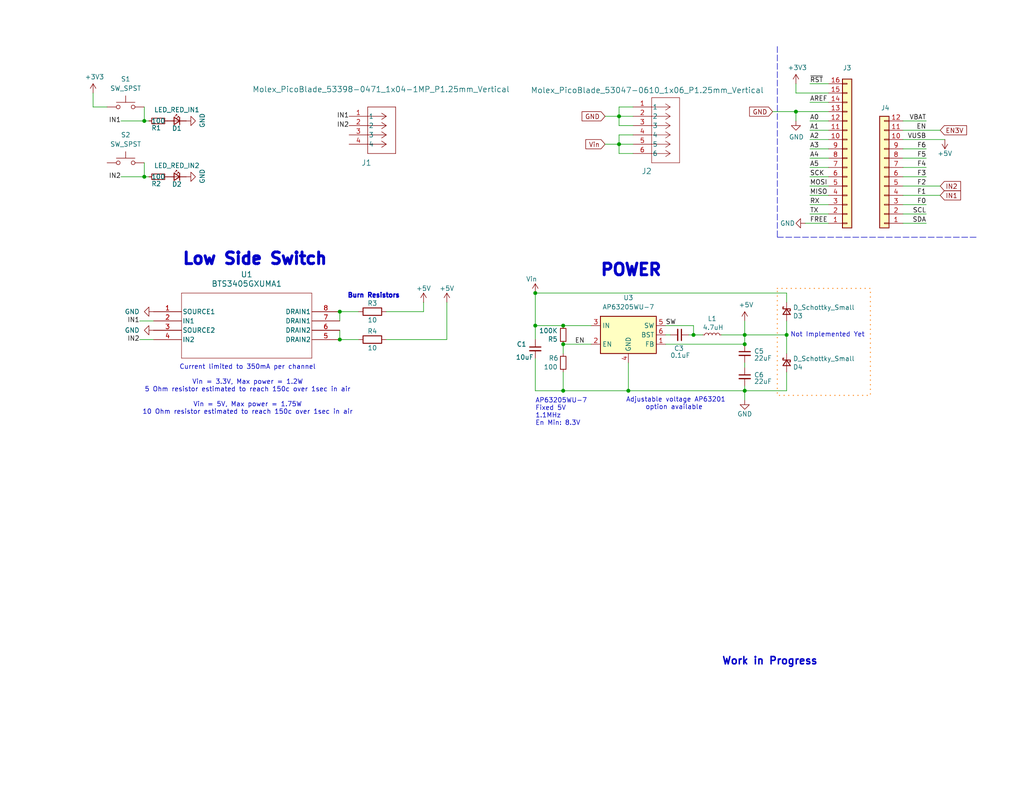
<source format=kicad_sch>
(kicad_sch (version 20231120) (generator "eeschema") (generator_version "8.0")
  (paper "USLetter")
  (title_block (title "Burnwire Feather Board") (date "2025-01-02"))
  (lib_symbols
    (symbol "Library:+3.3V-power" (power) (pin_names (offset 0))
      (property "Value" "power_+3.3V" (at 0 3.556 0))
      (symbol "+3.3V-power_0_1"
        (polyline (pts (xy -0.762 1.27) (xy 0 2.54)))
        (polyline (pts (xy 0 0) (xy 0 2.54)))
        (polyline (pts (xy 0 2.54) (xy 0.762 1.27)))
      )
      (symbol "+3.3V-power_1_1"
        (pin power_in line (at 0 0 90) (length 0) hide (name "+3V3") (number "1"))
      )
    )
    (symbol "Library:+BATT" (power) (pin_numbers hide) (pin_names (offset 0) hide)
      (property "Value" "+BATT" (at 0 3.556 0))
      (symbol "+BATT_0_1"
        (polyline (pts (xy -0.762 1.27) (xy 0 2.54)))
        (polyline (pts (xy 0 0) (xy 0 2.54)))
        (polyline (pts (xy 0 2.54) (xy 0.762 1.27)))
      )
      (symbol "+BATT_1_1"
        (pin power_in line (at 0 0 90) (length 0) (name "~") (number "1"))
      )
    )
    (symbol "Library:530470660" (pin_names (offset 0.254))
      (property "Reference" "J" (at 8.89 6.35 0))
      (property "Value" "530470660" (at 0 0 0))
      (symbol "530470660_1_1"
        (polyline (pts (xy 5.08 -15.24) (xy 12.7 -15.24)) (stroke (width 0.127)))
        (polyline (pts (xy 5.08 2.54) (xy 5.08 -15.24)) (stroke (width 0.127)))
        (polyline (pts (xy 10.16 -12.7) (xy 5.08 -12.7)) (stroke (width 0.127)))
        (polyline (pts (xy 10.16 -12.7) (xy 8.89 -13.5467)) (stroke (width 0.127)))
        (polyline (pts (xy 10.16 -12.7) (xy 8.89 -11.8533)) (stroke (width 0.127)))
        (polyline (pts (xy 10.16 -10.16) (xy 5.08 -10.16)) (stroke (width 0.127)))
        (polyline (pts (xy 10.16 -10.16) (xy 8.89 -11.0067)) (stroke (width 0.127)))
        (polyline (pts (xy 10.16 -10.16) (xy 8.89 -9.3133)) (stroke (width 0.127)))
        (polyline (pts (xy 10.16 -7.62) (xy 5.08 -7.62)) (stroke (width 0.127)))
        (polyline (pts (xy 10.16 -7.62) (xy 8.89 -8.4667)) (stroke (width 0.127)))
        (polyline (pts (xy 10.16 -7.62) (xy 8.89 -6.7733)) (stroke (width 0.127)))
        (polyline (pts (xy 10.16 -5.08) (xy 5.08 -5.08)) (stroke (width 0.127)))
        (polyline (pts (xy 10.16 -5.08) (xy 8.89 -5.9267)) (stroke (width 0.127)))
        (polyline (pts (xy 10.16 -5.08) (xy 8.89 -4.2333)) (stroke (width 0.127)))
        (polyline (pts (xy 10.16 -2.54) (xy 5.08 -2.54)) (stroke (width 0.127)))
        (polyline (pts (xy 10.16 -2.54) (xy 8.89 -3.3867)) (stroke (width 0.127)))
        (polyline (pts (xy 10.16 -2.54) (xy 8.89 -1.6933)) (stroke (width 0.127)))
        (polyline (pts (xy 10.16 0) (xy 5.08 0)) (stroke (width 0.127)))
        (polyline (pts (xy 10.16 0) (xy 8.89 -0.8467)) (stroke (width 0.127)))
        (polyline (pts (xy 10.16 0) (xy 8.89 0.8467)) (stroke (width 0.127)))
        (polyline (pts (xy 12.7 -15.24) (xy 12.7 2.54)) (stroke (width 0.127)))
        (polyline (pts (xy 12.7 2.54) (xy 5.08 2.54)) (stroke (width 0.127)))
        (pin unspecified line (at 0 0 0) (length 5.08) (name "1") (number "1"))
        (pin unspecified line (at 0 -2.54 0) (length 5.08) (name "2") (number "2"))
        (pin unspecified line (at 0 -5.08 0) (length 5.08) (name "3") (number "3"))
        (pin unspecified line (at 0 -7.62 0) (length 5.08) (name "4") (number "4"))
        (pin unspecified line (at 0 -10.16 0) (length 5.08) (name "5") (number "5"))
        (pin unspecified line (at 0 -12.7 0) (length 5.08) (name "6") (number "6"))
      )
      (symbol "530470660_1_2"
        (polyline (pts (xy 5.08 -15.24) (xy 12.7 -15.24)) (stroke (width 0.127)))
        (polyline (pts (xy 5.08 2.54) (xy 5.08 -15.24)) (stroke (width 0.127)))
        (polyline (pts (xy 7.62 -12.7) (xy 5.08 -12.7)) (stroke (width 0.127)))
        (polyline (pts (xy 7.62 -12.7) (xy 8.89 -13.5467)) (stroke (width 0.127)))
        (polyline (pts (xy 7.62 -12.7) (xy 8.89 -11.8533)) (stroke (width 0.127)))
        (polyline (pts (xy 7.62 -10.16) (xy 5.08 -10.16)) (stroke (width 0.127)))
        (polyline (pts (xy 7.62 -10.16) (xy 8.89 -11.0067)) (stroke (width 0.127)))
        (polyline (pts (xy 7.62 -10.16) (xy 8.89 -9.3133)) (stroke (width 0.127)))
        (polyline (pts (xy 7.62 -7.62) (xy 5.08 -7.62)) (stroke (width 0.127)))
        (polyline (pts (xy 7.62 -7.62) (xy 8.89 -8.4667)) (stroke (width 0.127)))
        (polyline (pts (xy 7.62 -7.62) (xy 8.89 -6.7733)) (stroke (width 0.127)))
        (polyline (pts (xy 7.62 -5.08) (xy 5.08 -5.08)) (stroke (width 0.127)))
        (polyline (pts (xy 7.62 -5.08) (xy 8.89 -5.9267)) (stroke (width 0.127)))
        (polyline (pts (xy 7.62 -5.08) (xy 8.89 -4.2333)) (stroke (width 0.127)))
        (polyline (pts (xy 7.62 -2.54) (xy 5.08 -2.54)) (stroke (width 0.127)))
        (polyline (pts (xy 7.62 -2.54) (xy 8.89 -3.3867)) (stroke (width 0.127)))
        (polyline (pts (xy 7.62 -2.54) (xy 8.89 -1.6933)) (stroke (width 0.127)))
        (polyline (pts (xy 7.62 0) (xy 5.08 0)) (stroke (width 0.127)))
        (polyline (pts (xy 7.62 0) (xy 8.89 -0.8467)) (stroke (width 0.127)))
        (polyline (pts (xy 7.62 0) (xy 8.89 0.8467)) (stroke (width 0.127)))
        (polyline (pts (xy 12.7 -15.24) (xy 12.7 2.54)) (stroke (width 0.127)))
        (polyline (pts (xy 12.7 2.54) (xy 5.08 2.54)) (stroke (width 0.127)))
        (pin unspecified line (at 0 0 0) (length 5.08) (name "1") (number "1"))
        (pin unspecified line (at 0 -2.54 0) (length 5.08) (name "2") (number "2"))
        (pin unspecified line (at 0 -5.08 0) (length 5.08) (name "3") (number "3"))
        (pin unspecified line (at 0 -7.62 0) (length 5.08) (name "4") (number "4"))
        (pin unspecified line (at 0 -10.16 0) (length 5.08) (name "5") (number "5"))
        (pin unspecified line (at 0 -12.7 0) (length 5.08) (name "6") (number "6"))
      )
    )
    (symbol "Library:533980471" (pin_names (offset 0.254))
      (property "Reference" "J" (at 8.89 6.35 0))
      (property "Value" "533980471" (at 0 0 0))
      (symbol "533980471_1_1"
        (polyline (pts (xy 5.08 -10.16) (xy 12.7 -10.16)))
        (polyline (pts (xy 5.08 2.54) (xy 5.08 -10.16)))
        (polyline (pts (xy 10.16 -7.62) (xy 5.08 -7.62)))
        (polyline (pts (xy 10.16 -7.62) (xy 8.89 -8.4667)))
        (polyline (pts (xy 10.16 -7.62) (xy 8.89 -6.7733)))
        (polyline (pts (xy 10.16 -5.08) (xy 5.08 -5.08)))
        (polyline (pts (xy 10.16 -5.08) (xy 8.89 -5.9267)))
        (polyline (pts (xy 10.16 -5.08) (xy 8.89 -4.2333)))
        (polyline (pts (xy 10.16 -2.54) (xy 5.08 -2.54)))
        (polyline (pts (xy 10.16 -2.54) (xy 8.89 -3.3867)))
        (polyline (pts (xy 10.16 -2.54) (xy 8.89 -1.6933)))
        (polyline (pts (xy 10.16 0) (xy 5.08 0)))
        (polyline (pts (xy 10.16 0) (xy 8.89 -0.8467)))
        (polyline (pts (xy 10.16 0) (xy 8.89 0.8467)))
        (polyline (pts (xy 12.7 -10.16) (xy 12.7 2.54)))
        (polyline (pts (xy 12.7 2.54) (xy 5.08 2.54)))
        (pin unspecified line (at 0 0 0) (length 5.08) (name "1") (number "1"))
        (pin unspecified line (at 0 -2.54 0) (length 5.08) (name "2") (number "2"))
        (pin unspecified line (at 0 -5.08 0) (length 5.08) (name "3") (number "3"))
        (pin unspecified line (at 0 -7.62 0) (length 5.08) (name "4") (number "4"))
      )
      (symbol "533980471_1_2"
        (polyline (pts (xy 5.08 -10.16) (xy 12.7 -10.16)))
        (polyline (pts (xy 5.08 2.54) (xy 5.08 -10.16)))
        (polyline (pts (xy 7.62 -7.62) (xy 5.08 -7.62)))
        (polyline (pts (xy 7.62 -7.62) (xy 8.89 -8.4667)))
        (polyline (pts (xy 7.62 -7.62) (xy 8.89 -6.7733)))
        (polyline (pts (xy 7.62 -5.08) (xy 5.08 -5.08)))
        (polyline (pts (xy 7.62 -5.08) (xy 8.89 -5.9267)))
        (polyline (pts (xy 7.62 -5.08) (xy 8.89 -4.2333)))
        (polyline (pts (xy 7.62 -2.54) (xy 5.08 -2.54)))
        (polyline (pts (xy 7.62 -2.54) (xy 8.89 -3.3867)))
        (polyline (pts (xy 7.62 -2.54) (xy 8.89 -1.6933)))
        (polyline (pts (xy 7.62 0) (xy 5.08 0)))
        (polyline (pts (xy 7.62 0) (xy 8.89 -0.8467)))
        (polyline (pts (xy 7.62 0) (xy 8.89 0.8467)))
        (polyline (pts (xy 12.7 -10.16) (xy 12.7 2.54)))
        (polyline (pts (xy 12.7 2.54) (xy 5.08 2.54)))
        (pin unspecified line (at 0 0 0) (length 5.08) (name "1") (number "1"))
        (pin unspecified line (at 0 -2.54 0) (length 5.08) (name "2") (number "2"))
        (pin unspecified line (at 0 -5.08 0) (length 5.08) (name "3") (number "3"))
        (pin unspecified line (at 0 -7.62 0) (length 5.08) (name "4") (number "4"))
      )
    )
    (symbol "Library:AP63200WU"
      (property "Reference" "U" (at -7.62 6.35 0))
      (property "Value" "AP63200WU" (at 2.54 6.35 0))
      (symbol "AP63200WU_0_1"
        (rectangle (start -7.62 5.08) (end 7.62 -5.08) (stroke (width 0.254)) (fill (type background)))
      )
      (symbol "AP63200WU_1_1"
        (pin input line (at 10.16 -2.54 180) (length 2.54) (name "FB") (number "1"))
        (pin input line (at -10.16 -2.54 0) (length 2.54) (name "EN") (number "2"))
        (pin power_in line (at -10.16 2.54 0) (length 2.54) (name "IN") (number "3"))
        (pin power_in line (at 0 -7.62 90) (length 2.54) (name "GND") (number "4"))
        (pin output line (at 10.16 2.54 180) (length 2.54) (name "SW") (number "5"))
        (pin passive line (at 10.16 0 180) (length 2.54) (name "BST") (number "6"))
      )
    )
    (symbol "Library:BTS3405GXUMA1" (pin_names (offset 0.254))
      (property "Reference" "U" (at 25.4 10.16 0))
      (property "Value" "BTS3405GXUMA1" (at 25.4 7.62 0))
      (symbol "BTS3405GXUMA1_0_1"
        (polyline (pts (xy 7.62 -12.7) (xy 43.18 -12.7)) (stroke (width 0.127)))
        (polyline (pts (xy 7.62 5.08) (xy 7.62 -12.7)) (stroke (width 0.127)))
        (polyline (pts (xy 43.18 -12.7) (xy 43.18 5.08)) (stroke (width 0.127)))
        (polyline (pts (xy 43.18 5.08) (xy 7.62 5.08)) (stroke (width 0.127)))
        (pin power_out line (at 0 0 0) (length 7.62) (name "SOURCE1") (number "1"))
        (pin input line (at 0 -2.54 0) (length 7.62) (name "IN1") (number "2"))
        (pin power_out line (at 0 -5.08 0) (length 7.62) (name "SOURCE2") (number "3"))
        (pin input line (at 0 -7.62 0) (length 7.62) (name "IN2") (number "4"))
        (pin unspecified line (at 50.8 -7.62 180) (length 7.62) (name "DRAIN2") (number "5"))
        (pin unspecified line (at 50.8 -5.08 180) (length 7.62) (name "DRAIN2") (number "6"))
        (pin unspecified line (at 50.8 -2.54 180) (length 7.62) (name "DRAIN1") (number "7"))
        (pin unspecified line (at 50.8 0 180) (length 7.62) (name "DRAIN1") (number "8"))
      )
    )
    (symbol "Library:C_Small" (pin_numbers hide) (pin_names (offset 0.254) hide)
      (property "Reference" "C" (at 0.254 1.778 0))
      (property "Value" "C_Small" (at 0.254 -2.032 0))
      (symbol "C_Small_0_1"
        (polyline (pts (xy -1.524 -0.508) (xy 1.524 -0.508)) (stroke (width 0.3302)))
        (polyline (pts (xy -1.524 0.508) (xy 1.524 0.508)) (stroke (width 0.3048)))
      )
      (symbol "C_Small_1_1"
        (pin passive line (at 0 2.54 270) (length 2.032) (name "~") (number "1"))
        (pin passive line (at 0 -2.54 90) (length 2.032) (name "~") (number "2"))
      )
    )
    (symbol "Library:Conn_01x12" (pin_names (offset 1.016) hide)
      (property "Reference" "J" (at 0 15.24 0))
      (property "Value" "Conn_01x12" (at 0 -17.78 0))
      (symbol "Conn_01x12_1_1"
        (rectangle (start -1.27 -15.113) (end 0 -15.367) (stroke (width 0.1524)))
        (rectangle (start -1.27 -12.573) (end 0 -12.827) (stroke (width 0.1524)))
        (rectangle (start -1.27 -10.033) (end 0 -10.287) (stroke (width 0.1524)))
        (rectangle (start -1.27 -7.493) (end 0 -7.747) (stroke (width 0.1524)))
        (rectangle (start -1.27 -4.953) (end 0 -5.207) (stroke (width 0.1524)))
        (rectangle (start -1.27 -2.413) (end 0 -2.667) (stroke (width 0.1524)))
        (rectangle (start -1.27 0.127) (end 0 -0.127) (stroke (width 0.1524)))
        (rectangle (start -1.27 2.667) (end 0 2.413) (stroke (width 0.1524)))
        (rectangle (start -1.27 5.207) (end 0 4.953) (stroke (width 0.1524)))
        (rectangle (start -1.27 7.747) (end 0 7.493) (stroke (width 0.1524)))
        (rectangle (start -1.27 10.287) (end 0 10.033) (stroke (width 0.1524)))
        (rectangle (start -1.27 12.827) (end 0 12.573) (stroke (width 0.1524)))
        (rectangle (start -1.27 13.97) (end 1.27 -16.51) (stroke (width 0.254)) (fill (type background)))
        (pin passive line (at -5.08 12.7 0) (length 3.81) (name "Pin_1") (number "1"))
        (pin passive line (at -5.08 -10.16 0) (length 3.81) (name "Pin_10") (number "10"))
        (pin passive line (at -5.08 -12.7 0) (length 3.81) (name "Pin_11") (number "11"))
        (pin passive line (at -5.08 -15.24 0) (length 3.81) (name "Pin_12") (number "12"))
        (pin passive line (at -5.08 10.16 0) (length 3.81) (name "Pin_2") (number "2"))
        (pin passive line (at -5.08 7.62 0) (length 3.81) (name "Pin_3") (number "3"))
        (pin passive line (at -5.08 5.08 0) (length 3.81) (name "Pin_4") (number "4"))
        (pin passive line (at -5.08 2.54 0) (length 3.81) (name "Pin_5") (number "5"))
        (pin passive line (at -5.08 0 0) (length 3.81) (name "Pin_6") (number "6"))
        (pin passive line (at -5.08 -2.54 0) (length 3.81) (name "Pin_7") (number "7"))
        (pin passive line (at -5.08 -5.08 0) (length 3.81) (name "Pin_8") (number "8"))
        (pin passive line (at -5.08 -7.62 0) (length 3.81) (name "Pin_9") (number "9"))
      )
    )
    (symbol "Library:Conn_01x16" (pin_names (offset 1.016) hide)
      (property "Reference" "J" (at 0 20.32 0))
      (property "Value" "Conn_01x16" (at 0 -22.86 0))
      (symbol "Conn_01x16_1_1"
        (rectangle (start -1.27 -20.193) (end 0 -20.447) (stroke (width 0.1524)))
        (rectangle (start -1.27 -17.653) (end 0 -17.907) (stroke (width 0.1524)))
        (rectangle (start -1.27 -15.113) (end 0 -15.367) (stroke (width 0.1524)))
        (rectangle (start -1.27 -12.573) (end 0 -12.827) (stroke (width 0.1524)))
        (rectangle (start -1.27 -10.033) (end 0 -10.287) (stroke (width 0.1524)))
        (rectangle (start -1.27 -7.493) (end 0 -7.747) (stroke (width 0.1524)))
        (rectangle (start -1.27 -4.953) (end 0 -5.207) (stroke (width 0.1524)))
        (rectangle (start -1.27 -2.413) (end 0 -2.667) (stroke (width 0.1524)))
        (rectangle (start -1.27 0.127) (end 0 -0.127) (stroke (width 0.1524)))
        (rectangle (start -1.27 2.667) (end 0 2.413) (stroke (width 0.1524)))
        (rectangle (start -1.27 5.207) (end 0 4.953) (stroke (width 0.1524)))
        (rectangle (start -1.27 7.747) (end 0 7.493) (stroke (width 0.1524)))
        (rectangle (start -1.27 10.287) (end 0 10.033) (stroke (width 0.1524)))
        (rectangle (start -1.27 12.827) (end 0 12.573) (stroke (width 0.1524)))
        (rectangle (start -1.27 15.367) (end 0 15.113) (stroke (width 0.1524)))
        (rectangle (start -1.27 17.907) (end 0 17.653) (stroke (width 0.1524)))
        (rectangle (start -1.27 19.05) (end 1.27 -21.59) (stroke (width 0.254)) (fill (type background)))
        (pin passive line (at -5.08 17.78 0) (length 3.81) (name "Pin_1") (number "1"))
        (pin passive line (at -5.08 -5.08 0) (length 3.81) (name "Pin_10") (number "10"))
        (pin passive line (at -5.08 -7.62 0) (length 3.81) (name "Pin_11") (number "11"))
        (pin passive line (at -5.08 -10.16 0) (length 3.81) (name "Pin_12") (number "12"))
        (pin passive line (at -5.08 -12.7 0) (length 3.81) (name "Pin_13") (number "13"))
        (pin passive line (at -5.08 -15.24 0) (length 3.81) (name "Pin_14") (number "14"))
        (pin passive line (at -5.08 -17.78 0) (length 3.81) (name "Pin_15") (number "15"))
        (pin passive line (at -5.08 -20.32 0) (length 3.81) (name "Pin_16") (number "16"))
        (pin passive line (at -5.08 15.24 0) (length 3.81) (name "Pin_2") (number "2"))
        (pin passive line (at -5.08 12.7 0) (length 3.81) (name "Pin_3") (number "3"))
        (pin passive line (at -5.08 10.16 0) (length 3.81) (name "Pin_4") (number "4"))
        (pin passive line (at -5.08 7.62 0) (length 3.81) (name "Pin_5") (number "5"))
        (pin passive line (at -5.08 5.08 0) (length 3.81) (name "Pin_6") (number "6"))
        (pin passive line (at -5.08 2.54 0) (length 3.81) (name "Pin_7") (number "7"))
        (pin passive line (at -5.08 0 0) (length 3.81) (name "Pin_8") (number "8"))
        (pin passive line (at -5.08 -2.54 0) (length 3.81) (name "Pin_9") (number "9"))
      )
    )
    (symbol "Library:D_Schottky_Small" (pin_numbers hide) (pin_names (offset 0.254) hide)
      (property "Reference" "D" (at -1.27 2.032 0))
      (property "Value" "D_Schottky_Small" (at -7.112 -2.032 0))
      (symbol "D_Schottky_Small_0_1"
        (polyline (pts (xy -0.762 0) (xy 0.762 0)))
        (polyline (pts (xy 0.762 -1.016) (xy -0.762 0) (xy 0.762 1.016) (xy 0.762 -1.016)) (stroke (width 0.254)))
        (polyline (pts (xy -1.27 0.762) (xy -1.27 1.016) (xy -0.762 1.016) (xy -0.762 -1.016) (xy -0.254 -1.016) (xy -0.254 -0.762)) (stroke (width 0.254)))
      )
      (symbol "D_Schottky_Small_1_1"
        (pin passive line (at -2.54 0 0) (length 1.778) (name "K") (number "1"))
        (pin passive line (at 2.54 0 180) (length 1.778) (name "A") (number "2"))
      )
    )
    (symbol "Library:GND-power" (power) (pin_names (offset 0))
      (property "Value" "power_GND" (at 0 -3.81 0))
      (symbol "GND-power_0_1"
        (polyline (pts (xy 0 0) (xy 0 -1.27) (xy 1.27 -1.27) (xy 0 -2.54) (xy -1.27 -1.27) (xy 0 -1.27)))
      )
      (symbol "GND-power_1_1"
        (pin power_in line (at 0 0 270) (length 0) hide (name "GND") (number "1"))
      )
    )
    (symbol "Library:LED_Small" (pin_numbers hide) (pin_names (offset 0.254) hide)
      (property "Reference" "D" (at -1.27 3.175 0))
      (property "Value" "LED_Small" (at -4.445 -2.54 0))
      (symbol "LED_Small_0_1"
        (polyline (pts (xy -0.762 -1.016) (xy -0.762 1.016)) (stroke (width 0.254)))
        (polyline (pts (xy 1.016 0) (xy -0.762 0)))
        (polyline (pts (xy 0.762 -1.016) (xy -0.762 0) (xy 0.762 1.016) (xy 0.762 -1.016)) (stroke (width 0.254)))
        (polyline (pts (xy 0 0.762) (xy -0.508 1.27) (xy -0.254 1.27) (xy -0.508 1.27) (xy -0.508 1.016)))
        (polyline (pts (xy 0.508 1.27) (xy 0 1.778) (xy 0.254 1.778) (xy 0 1.778) (xy 0 1.524)))
      )
      (symbol "LED_Small_1_1"
        (pin passive line (at -2.54 0 0) (length 1.778) (name "K") (number "1"))
        (pin passive line (at 2.54 0 180) (length 1.778) (name "A") (number "2"))
      )
    )
    (symbol "Library:L_Small" (pin_numbers hide) (pin_names (offset 0.254) hide)
      (property "Reference" "L" (at 0.762 1.016 0))
      (property "Value" "L_Small" (at 0.762 -1.016 0))
      (symbol "L_Small_0_1"
        (arc (start 0 -2.032) (mid 0.5058 -1.524) (end 0 -1.016))
        (arc (start 0 -1.016) (mid 0.5058 -0.508) (end 0 0))
        (arc (start 0 0) (mid 0.5058 0.508) (end 0 1.016))
        (arc (start 0 1.016) (mid 0.5058 1.524) (end 0 2.032))
      )
      (symbol "L_Small_1_1"
        (pin passive line (at 0 2.54 270) (length 0.508) (name "~") (number "1"))
        (pin passive line (at 0 -2.54 90) (length 0.508) (name "~") (number "2"))
      )
    )
    (symbol "Library:R" (pin_numbers hide) (pin_names (offset 0))
      (property "Reference" "R" (at 2.032 0 90))
      (property "Value" "R" (at 0 0 90))
      (symbol "R_0_1"
        (rectangle (start -1.016 -2.54) (end 1.016 2.54) (stroke (width 0.254)))
      )
      (symbol "R_1_1"
        (pin passive line (at 0 3.81 270) (length 1.27) (name "~") (number "1"))
        (pin passive line (at 0 -3.81 90) (length 1.27) (name "~") (number "2"))
      )
    )
    (symbol "Library:R_Small" (pin_numbers hide) (pin_names (offset 0.254) hide)
      (property "Reference" "R" (at 0.762 0.508 0))
      (property "Value" "R_Small" (at 0.762 -1.016 0))
      (symbol "R_Small_0_1"
        (rectangle (start -0.762 1.778) (end 0.762 -1.778) (stroke (width 0.2032)))
      )
      (symbol "R_Small_1_1"
        (pin passive line (at 0 2.54 270) (length 0.762) (name "~") (number "1"))
        (pin passive line (at 0 -2.54 90) (length 0.762) (name "~") (number "2"))
      )
    )
    (symbol "Library:SW_Push" (pin_numbers hide) (pin_names (offset 1.016) hide)
      (property "Reference" "SW" (at 1.27 2.54 0))
      (property "Value" "SW_Push" (at 0 -1.524 0))
      (symbol "SW_Push_0_1"
        (circle (center -2.032 0) (radius 0.508))
        (polyline (pts (xy 0 1.27) (xy 0 3.048)))
        (polyline (pts (xy 2.54 1.27) (xy -2.54 1.27)))
        (circle (center 2.032 0) (radius 0.508))
        (pin passive line (at -5.08 0 0) (length 2.54) (name "1") (number "1"))
        (pin passive line (at 5.08 0 180) (length 2.54) (name "2") (number "2"))
      )
    )
    (symbol "power:+5V" (power) (pin_numbers hide) (pin_names (offset 0) hide)
      (property "Value" "+5V" (at 0 3.556 0))
      (symbol "+5V_0_1"
        (polyline (pts (xy -0.762 1.27) (xy 0 2.54)))
        (polyline (pts (xy 0 0) (xy 0 2.54)))
        (polyline (pts (xy 0 2.54) (xy 0.762 1.27)))
      )
      (symbol "+5V_1_1"
        (pin power_in line (at 0 0 90) (length 0) (name "~") (number "1"))
      )
    )
  )
  (junction (at 146.05 88.9))
  (junction (at 214.63 91.44))
  (junction (at 153.67 88.9))
  (junction (at 203.2 91.44))
  (junction (at 189.23 91.44))
  (junction (at 92.71 92.71))
  (junction (at 203.2 106.68))
  (junction (at 153.67 106.68))
  (junction (at 203.2 93.98))
  (junction (at 92.71 85.09))
  (junction (at 217.17 30.48))
  (junction (at 146.05 80.01))
  (junction (at 168.91 39.37))
  (junction (at 39.37 33.02))
  (junction (at 171.45 106.68))
  (junction (at 39.37 48.26))
  (junction (at 153.67 93.98))
  (junction (at 168.91 31.75))
  (wire (pts (xy 121.92 82.55) (xy 121.92 92.71)))
  (wire (pts (xy 246.38 58.42) (xy 252.73 58.42)))
  (wire (pts (xy 220.98 53.34) (xy 226.06 53.34)))
  (wire (pts (xy 246.38 48.26) (xy 252.73 48.26)))
  (wire (pts (xy 168.91 41.91) (xy 168.91 39.37)))
  (wire (pts (xy 146.05 106.68) (xy 153.67 106.68)))
  (wire (pts (xy 168.91 31.75) (xy 168.91 34.29)))
  (wire (pts (xy 168.91 36.83) (xy 168.91 39.37)))
  (wire (pts (xy 153.67 106.68) (xy 171.45 106.68)))
  (wire (pts (xy 171.45 106.68) (xy 203.2 106.68)))
  (wire (pts (xy 97.79 85.09) (xy 92.71 85.09)))
  (wire (pts (xy 214.63 91.44) (xy 214.63 96.52)))
  (wire (pts (xy 220.98 35.56) (xy 226.06 35.56)))
  (wire (pts (xy 168.91 31.75) (xy 165.1 31.75)))
  (wire (pts (xy 187.96 91.44) (xy 189.23 91.44)))
  (wire (pts (xy 203.2 91.44) (xy 214.63 91.44)))
  (polyline (pts (xy 212.09 64.77) (xy 266.7 64.77)) (stroke (width 0) (type dash)))
  (wire (pts (xy 214.63 106.68) (xy 214.63 101.6)))
  (wire (pts (xy 210.82 30.48) (xy 217.17 30.48)))
  (wire (pts (xy 33.02 33.02) (xy 39.37 33.02)))
  (wire (pts (xy 181.61 91.44) (xy 182.88 91.44)))
  (wire (pts (xy 172.72 34.29) (xy 168.91 34.29)))
  (wire (pts (xy 220.98 58.42) (xy 226.06 58.42)))
  (wire (pts (xy 203.2 91.44) (xy 203.2 93.98)))
  (wire (pts (xy 203.2 106.68) (xy 214.63 106.68)))
  (wire (pts (xy 257.81 38.1) (xy 246.38 38.1)))
  (wire (pts (xy 246.38 33.02) (xy 252.73 33.02)))
  (wire (pts (xy 146.05 97.79) (xy 146.05 106.68)))
  (wire (pts (xy 181.61 93.98) (xy 203.2 93.98)))
  (wire (pts (xy 220.98 22.86) (xy 226.06 22.86)))
  (wire (pts (xy 217.17 25.4) (xy 226.06 25.4)))
  (wire (pts (xy 203.2 105.41) (xy 203.2 106.68)))
  (wire (pts (xy 220.98 43.18) (xy 226.06 43.18)))
  (wire (pts (xy 196.85 91.44) (xy 203.2 91.44)))
  (wire (pts (xy 146.05 92.71) (xy 146.05 88.9)))
  (wire (pts (xy 246.38 45.72) (xy 252.73 45.72)))
  (wire (pts (xy 168.91 29.21) (xy 172.72 29.21)))
  (wire (pts (xy 146.05 80.01) (xy 146.05 88.9)))
  (wire (pts (xy 39.37 29.21) (xy 39.37 33.02)))
  (wire (pts (xy 246.38 55.88) (xy 252.73 55.88)))
  (wire (pts (xy 153.67 101.6) (xy 153.67 106.68)))
  (wire (pts (xy 220.98 38.1) (xy 226.06 38.1)))
  (wire (pts (xy 153.67 88.9) (xy 161.29 88.9)))
  (wire (pts (xy 220.98 33.02) (xy 226.06 33.02)))
  (wire (pts (xy 153.67 93.98) (xy 153.67 96.52)))
  (wire (pts (xy 172.72 36.83) (xy 168.91 36.83)))
  (wire (pts (xy 146.05 80.01) (xy 214.63 80.01)))
  (wire (pts (xy 168.91 31.75) (xy 168.91 29.21)))
  (wire (pts (xy 38.1 87.63) (xy 41.91 87.63)))
  (wire (pts (xy 25.4 29.21) (xy 29.21 29.21)))
  (wire (pts (xy 246.38 40.64) (xy 252.73 40.64)))
  (wire (pts (xy 246.38 60.96) (xy 252.73 60.96)))
  (wire (pts (xy 38.1 92.71) (xy 41.91 92.71)))
  (polyline (pts (xy 212.09 12.7) (xy 212.09 64.77)) (stroke (width 0) (type dash)))
  (wire (pts (xy 92.71 85.09) (xy 92.71 87.63)))
  (wire (pts (xy 33.02 48.26) (xy 39.37 48.26)))
  (wire (pts (xy 217.17 33.02) (xy 217.17 30.48)))
  (wire (pts (xy 217.17 22.86) (xy 217.17 25.4)))
  (wire (pts (xy 172.72 41.91) (xy 168.91 41.91)))
  (wire (pts (xy 115.57 82.55) (xy 115.57 85.09)))
  (wire (pts (xy 171.45 99.06) (xy 171.45 106.68)))
  (wire (pts (xy 246.38 43.18) (xy 252.73 43.18)))
  (wire (pts (xy 220.98 27.94) (xy 226.06 27.94)))
  (wire (pts (xy 105.41 92.71) (xy 121.92 92.71)))
  (wire (pts (xy 25.4 25.4) (xy 25.4 29.21)))
  (wire (pts (xy 217.17 30.48) (xy 226.06 30.48)))
  (wire (pts (xy 191.77 91.44) (xy 189.23 91.44)))
  (wire (pts (xy 220.98 48.26) (xy 226.06 48.26)))
  (wire (pts (xy 246.38 35.56) (xy 256.54 35.56)))
  (wire (pts (xy 203.2 99.06) (xy 203.2 100.33)))
  (wire (pts (xy 97.79 92.71) (xy 92.71 92.71)))
  (wire (pts (xy 220.98 55.88) (xy 226.06 55.88)))
  (wire (pts (xy 153.67 93.98) (xy 161.29 93.98)))
  (wire (pts (xy 105.41 85.09) (xy 115.57 85.09)))
  (wire (pts (xy 39.37 33.02) (xy 40.64 33.02)))
  (wire (pts (xy 168.91 39.37) (xy 172.72 39.37)))
  (wire (pts (xy 172.72 31.75) (xy 168.91 31.75)))
  (wire (pts (xy 189.23 88.9) (xy 189.23 91.44)))
  (wire (pts (xy 146.05 88.9) (xy 153.67 88.9)))
  (wire (pts (xy 39.37 44.45) (xy 39.37 48.26)))
  (wire (pts (xy 214.63 87.63) (xy 214.63 91.44)))
  (wire (pts (xy 220.98 45.72) (xy 226.06 45.72)))
  (wire (pts (xy 165.1 39.37) (xy 168.91 39.37)))
  (wire (pts (xy 214.63 82.55) (xy 214.63 80.01)))
  (wire (pts (xy 203.2 87.63) (xy 203.2 91.44)))
  (wire (pts (xy 203.2 106.68) (xy 203.2 109.22)))
  (wire (pts (xy 92.71 90.17) (xy 92.71 92.71)))
  (wire (pts (xy 220.98 50.8) (xy 226.06 50.8)))
  (wire (pts (xy 181.61 88.9) (xy 189.23 88.9)))
  (wire (pts (xy 246.38 50.8) (xy 256.54 50.8)))
  (wire (pts (xy 246.38 53.34) (xy 256.54 53.34)))
  (wire (pts (xy 39.37 48.26) (xy 40.64 48.26)))
  (wire (pts (xy 220.98 40.64) (xy 226.06 40.64)))
  (wire (pts (xy 219.71 60.96) (xy 226.06 60.96)))
  (rectangle (start 212.09 78.74) (end 237.49 107.95) (stroke (width 0.3) (type dot) (color 255 146 43 1)))
  (text "Current limited to 350mA per channel\n\nVin = 3.3V, Max power = 1.2W\n5 Ohm resistor estimated to reach 150c over 1sec in air\n\nVin = 5V, Max power = 1.75W\n10 Ohm resistor estimated to reach 150c over 1sec in air" (at 67.564 106.426 0) (effects (font (size 1.27 1.27) (thickness 0.1588))))
  (text "Adjustable voltage AP63201\noption available \n" (at 184.404 110.236 0) (effects (font (size 1.27 1.27))))
  (text "Burn Resistors" (at 94.742 81.534 0) (effects (font (size 1.27 1.27) (thickness 1) (bold yes)) (justify left bottom)))
  (text "Not Implemented Yet" (at 225.806 91.44 0) (effects (font (size 1.27 1.27))))
  (text "Low Side Switch" (at 49.53 72.644 0) (effects (font (size 3.175 3.175) (thickness 1) (bold yes)) (justify left bottom)))
  (text "AP63205WU-7 \nFixed 5V\n1.1MHz\nEn Min: 8.3V" (at 146.05 116.332 0) (effects (font (size 1.27 1.27)) (justify left bottom)))
  (text "POWER" (at 163.576 75.692 0) (effects (font (size 3.175 3.175) (thickness 1) (bold yes)) (justify left bottom)))
  (text "Work in Progress" (at 210.058 180.594 0) (effects (font (size 2 2) (thickness 0.4) (bold yes))))
  (label "IN2" (at 95.25 34.29 180))
  (label "A4" (at 220.98 43.18 0))
  (label "EN" (at 252.73 35.56 180))
  (label "EN" (at 156.845 93.98 0))
  (label "A2" (at 220.98 38.1 0))
  (label "F4" (at 252.73 45.72 180))
  (label "TX" (at 220.98 58.42 0))
  (label "F6" (at 252.73 40.64 180))
  (label "IN2" (at 33.02 48.26 180))
  (label "A3" (at 220.98 40.64 0))
  (label "IN1" (at 33.02 33.02 180))
  (label "A0" (at 220.98 33.02 0))
  (label "~{RST}" (at 220.98 22.86 0))
  (label "F3" (at 252.73 48.26 180))
  (label "VBAT" (at 252.73 33.02 180))
  (label "F1" (at 252.73 53.34 180))
  (label "VUSB" (at 252.73 38.1 180))
  (label "SCK" (at 220.98 48.26 0))
  (label "A5" (at 220.98 45.72 0))
  (label "IN1" (at 95.25 31.75 180))
  (label "IN2" (at 38.1 92.71 180))
  (label "A1" (at 220.98 35.56 0))
  (label "F0" (at 252.73 55.88 180))
  (label "FREE" (at 220.98 60.96 0))
  (label "MOSI" (at 220.98 50.8 0))
  (label "SDA" (at 252.73 60.96 180))
  (label "SW" (at 181.61 88.9 0))
  (label "RX" (at 220.98 55.88 0))
  (label "AREF" (at 220.98 27.94 0))
  (label "MISO" (at 220.98 53.34 0))
  (label "F2" (at 252.73 50.8 180))
  (label "SCL" (at 252.73 58.42 180))
  (label "IN1" (at 38.1 87.63 180))
  (label "F5" (at 252.73 43.18 180))
  (global_label "Vin" (shape input) (at 165.1 39.37 180) (property "Intersheetrefs" "${INTERSHEET_REFS}" (effects (hide yes))))
  (global_label "IN1" (shape input) (at 256.54 53.34 0) (property "Intersheetrefs" "${INTERSHEET_REFS}" (effects (hide yes))))
  (global_label "IN2" (shape input) (at 256.54 50.8 0) (property "Intersheetrefs" "${INTERSHEET_REFS}" (effects (hide yes))))
  (global_label "EN3V" (shape input) (at 256.54 35.56 0) (property "Intersheetrefs" "${INTERSHEET_REFS}" (effects (hide yes))))
  (global_label "GND" (shape input) (at 210.82 30.48 180) (property "Intersheetrefs" "${INTERSHEET_REFS}" (effects (hide yes))))
  (global_label "GND" (shape input) (at 165.1 31.75 180) (property "Intersheetrefs" "${INTERSHEET_REFS}" (effects (hide yes))))
  (symbol (lib_id "Library:Conn_01x16") (at 231.14 43.18 0) (mirror x) (unit 1)
    (property "Reference" "J3" (at 231.14 18.542 0))
    (property "Value" "feather long" (effects (hide yes)))
    (property "Footprint" "Connector_PinHeader_2.54mm:PinHeader_1x16_P2.54mm_Vertical" (effects (hide yes)))
  )
  (symbol (lib_id "Library:Conn_01x12") (at 241.3 48.26 180) (unit 1)
    (property "Reference" "J4" (at 241.554 29.464 0))
    (property "Value" "feather short" (effects (hide yes)))
    (property "Footprint" "Connector_PinHeader_2.54mm:PinHeader_1x12_P2.54mm_Vertical" (effects (hide yes)))
  )
  (symbol (lib_id "Library:+3.3V-power") (at 217.17 22.86 0) (unit 1)
    (property "Reference" "#PWR06" (effects (hide yes)))
    (property "Value" "+3V3" (at 217.551 18.4658 0))
  )
  (symbol (lib_id "Library:GND-power") (at 217.17 33.02 0) (unit 1)
    (property "Reference" "#PWR07" (effects (hide yes)))
    (property "Value" "GND" (at 217.297 37.4142 0))
  )
  (symbol (lib_id "Library:+3.3V-power") (at 203.2 87.63 0) (unit 1)
    (property "Reference" "#PWR09" (effects (hide yes)))
    (property "Value" "+5V" (at 203.581 83.2358 0))
  )
  (symbol (lib_id "Library:R_Small") (at 153.67 99.06 0) (mirror y) (unit 1)
    (property "Reference" "R6" (at 152.4 97.79 0) (effects (justify left)))
    (property "Value" "100" (at 152.1714 100.203 0) (effects (justify left)))
    (property "Footprint" "Resistor_SMD:R_0603_1608Metric" (effects (hide yes)))
  )
  (symbol (lib_id "Library:GND-power") (at 203.2 109.22 0) (unit 1)
    (property "Reference" "#PWR010" (effects (hide yes)))
    (property "Value" "GND" (at 203.2 113.03 0))
  )
  (symbol (lib_id "Library:D_Schottky_Small") (at 214.63 85.09 90) (mirror x) (unit 1)
    (property "Reference" "D3" (at 216.3572 86.2584 90) (effects (justify right)))
    (property "Value" "D_Schottky_Small" (at 216.3572 83.947 90) (effects (justify right)))
    (property "Footprint" "Diode_SMD:D_SOD-323" (effects (hide yes)))
  )
  (symbol (lib_id "Library:530470660") (at 172.72 29.21 0) (unit 1)
    (property "Reference" "J2" (at 175.006 46.736 0) (effects (font (size 1.524 1.524)) (justify left)))
    (property "Value" "Molex_PicoBlade_53047-0610_1x06_P1.25mm_Vertical" (at 144.78 24.638 0) (effects (font (size 1.524 1.524)) (justify left)))
    (property "Footprint" "Connector_Molex:Molex_PicoBlade_53047-0610_1x06_P1.25mm_Vertical" (effects (hide yes)))
  )
  (symbol (lib_id "Library:L_Small") (at 194.31 91.44 90) (unit 1)
    (property "Reference" "L1" (at 194.31 86.995 90))
    (property "Value" "4.7uH" (at 194.564 89.408 90))
    (property "Footprint" "Inductor_SMD:L_Bourns-SRN6028" (effects (hide yes)))
    (property "Part" "ASPI-0628-3R9M-T" (effects (hide yes)))
  )
  (symbol (lib_id "Library:GND-power") (at 41.91 85.09 270) (unit 1)
    (property "Reference" "#PWR03" (effects (hide yes)))
    (property "Value" "GND" (at 38.1 85.0899 90) (effects (justify right)))
    (property "Description" "Power symbol creates a global label with name \"GND\" , ground" (effects (hide yes)))
  )
  (symbol (lib_id "Library:533980471") (at 95.25 31.75 0) (unit 1)
    (property "Reference" "J1" (at 98.552 44.45 0) (effects (font (size 1.524 1.524)) (justify left)))
    (property "Value" "Molex_PicoBlade_53398-0471_1x04-1MP_P1.25mm_Vertical" (at 68.834 24.384 0) (effects (font (size 1.524 1.524)) (justify left)))
    (property "Footprint" "Connector_Molex:Molex_PicoBlade_53261-0471_1x04-1MP_P1.25mm_Horizontal" (effects (hide yes)))
  )
  (symbol (lib_id "Library:LED_Small") (at 48.26 33.02 0) (mirror y) (unit 1)
    (property "Reference" "D1" (at 48.26 35.052 0))
    (property "Value" "LED_RED_IN1" (at 48.26 29.972 0))
    (property "Footprint" "LED_SMD:LED_0805_2012Metric" (effects (hide yes)))
  )
  (symbol (lib_id "Library:C_Small") (at 185.42 91.44 270) (unit 1)
    (property "Reference" "C3" (at 183.896 95.123 90) (effects (justify left)))
    (property "Value" "0.1uF" (at 182.88 97.028 90) (effects (justify left)))
    (property "Footprint" "Capacitor_SMD:C_0603_1608Metric" (effects (hide yes)))
  )
  (symbol (lib_id "Library:R_Small") (at 153.67 91.44 180) (unit 1)
    (property "Reference" "R5" (at 152.1714 92.6084 0) (effects (justify left)))
    (property "Value" "100K" (at 152.1714 90.297 0) (effects (justify left)))
    (property "Footprint" "Resistor_SMD:R_0603_1608Metric" (effects (hide yes)))
  )
  (symbol (lib_id "Library:SW_Push") (at 34.29 29.21 0) (unit 1)
    (property "Reference" "S1" (at 34.29 21.59 0))
    (property "Value" "SW_SPST" (at 34.29 24.13 0))
    (property "Footprint" "Button_Switch_SMD:SW_SPST_B3U-1000P" (effects (hide yes)))
    (property "Description" "Push button switch, generic, two pins" (effects (hide yes)))
  )
  (symbol (lib_id "Library:GND-power") (at 41.91 90.17 270) (unit 1)
    (property "Reference" "#PWR04" (effects (hide yes)))
    (property "Value" "GND" (at 38.1 90.1699 90) (effects (justify right)))
    (property "Description" "Power symbol creates a global label with name \"GND\" , ground" (effects (hide yes)))
  )
  (symbol (lib_id "Library:+BATT") (at 146.05 80.01 0) (unit 1)
    (property "Reference" "#PWR05" (effects (hide yes)))
    (property "Value" "Vin" (at 143.51 76.2 0) (effects (justify left)))
  )
  (symbol (lib_id "Library:R") (at 101.6 85.09 270) (mirror x) (unit 1)
    (property "Reference" "R3" (at 101.6 82.804 90))
    (property "Value" "10" (at 101.6 87.376 90))
    (property "Footprint" "Resistor_SMD:R_2512_6332Metric" (effects (hide yes)))
    (property "Datasheet" "https://www.vishay.com/docs/30281/rwmilita.pdf" (effects (hide yes)))
    (property "Description" "RW81U10R0FB12" (effects (hide yes)))
  )
  (symbol (lib_id "Library:C_Small") (at 146.05 95.25 0) (unit 1)
    (property "Reference" "C1" (at 140.97 93.98 0) (effects (justify left)))
    (property "Value" "10uF" (at 140.716 97.536 0) (effects (justify left)))
    (property "Footprint" "Capacitor_SMD:C_0603_1608Metric" (effects (hide yes)))
  )
  (symbol (lib_id "Library:C_Small") (at 203.2 96.52 0) (unit 1)
    (property "Reference" "C5" (at 205.74 95.885 0) (effects (justify left)))
    (property "Value" "22uF" (at 205.74 97.79 0) (effects (justify left)))
    (property "Footprint" "Capacitor_SMD:C_0805_2012Metric" (effects (hide yes)))
  )
  (symbol (lib_id "Library:C_Small") (at 203.2 102.87 0) (unit 1)
    (property "Reference" "C6" (at 205.74 102.362 0) (effects (justify left)))
    (property "Value" "22uF" (at 205.74 104.14 0) (effects (justify left)))
    (property "Footprint" "Capacitor_SMD:C_0805_2012Metric" (effects (hide yes)))
  )
  (symbol (lib_id "Library:R_Small") (at 43.18 33.02 270) (unit 1)
    (property "Reference" "R1" (at 41.275 34.925 90) (effects (justify left)))
    (property "Value" "100" (at 41.275 33.02 90) (effects (justify left)))
    (property "Footprint" "Resistor_SMD:R_0603_1608Metric" (effects (hide yes)))
  )
  (symbol (lib_id "Library:R_Small") (at 43.18 48.26 270) (unit 1)
    (property "Reference" "R2" (at 41.275 50.165 90) (effects (justify left)))
    (property "Value" "100" (at 41.275 48.26 90) (effects (justify left)))
    (property "Footprint" "Resistor_SMD:R_0603_1608Metric" (effects (hide yes)))
  )
  (symbol (lib_id "Library:GND-power") (at 50.8 33.02 90) (unit 1)
    (property "Reference" "#PWR01" (effects (hide yes)))
    (property "Value" "GND" (at 55.1942 32.893 0))
  )
  (symbol (lib_id "Library:BTS3405GXUMA1") (at 41.91 85.09 0) (unit 1)
    (property "Reference" "U1" (at 67.31 74.93 0) (effects (font (size 1.524 1.524))))
    (property "Value" "BTS3405GXUMA1" (at 67.31 77.47 0) (effects (font (size 1.524 1.524))))
    (property "Footprint" "footprints2:PG-DSO-8-25_INF" (effects (hide yes)))
    (property "Datasheet" "BTS3405GXUMA1" (effects (hide yes)))
  )
  (symbol (lib_id "power:+5V") (at 121.92 82.55 0) (unit 1)
    (property "Reference" "#PWR015" (effects (hide yes)))
    (property "Value" "+5V" (at 121.92 78.74 0))
    (property "Description" "Power symbol creates a global label with name \"+5V\"" (effects (hide yes)))
  )
  (symbol (lib_id "Library:D_Schottky_Small") (at 214.63 99.06 90) (mirror x) (unit 1)
    (property "Reference" "D4" (at 216.3572 100.2284 90) (effects (justify right)))
    (property "Value" "D_Schottky_Small" (at 216.3572 97.917 90) (effects (justify right)))
    (property "Footprint" "Diode_SMD:D_SOD-323" (effects (hide yes)))
  )
  (symbol (lib_id "Library:+3.3V-power") (at 25.4 25.4 0) (unit 1)
    (property "Reference" "#PWR016" (effects (hide yes)))
    (property "Value" "+3V3" (at 25.781 21.0058 0))
  )
  (symbol (lib_id "Library:SW_Push") (at 34.29 44.45 0) (unit 1)
    (property "Reference" "S2" (at 34.29 36.83 0))
    (property "Value" "SW_SPST" (at 34.29 39.37 0))
    (property "Footprint" "Button_Switch_SMD:SW_SPST_B3U-1000P" (effects (hide yes)))
    (property "Description" "Push button switch, generic, two pins" (effects (hide yes)))
  )
  (symbol (lib_id "Library:GND-power") (at 50.8 48.26 90) (unit 1)
    (property "Reference" "#PWR02" (effects (hide yes)))
    (property "Value" "GND" (at 55.1942 48.133 0))
  )
  (symbol (lib_id "Library:R") (at 101.6 92.71 270) (unit 1)
    (property "Reference" "R4" (at 101.6 90.424 90))
    (property "Value" "10" (at 101.6 94.996 90))
    (property "Footprint" "Resistor_SMD:R_2512_6332Metric" (effects (hide yes)))
    (property "Datasheet" "https://www.vishay.com/docs/30281/rwmilita.pdf" (effects (hide yes)))
    (property "Description" "RW81U10R0FB12" (effects (hide yes)))
  )
  (symbol (lib_id "power:+5V") (at 115.57 82.55 0) (mirror y) (unit 1)
    (property "Reference" "#PWR014" (effects (hide yes)))
    (property "Value" "+5V" (at 115.57 78.74 0))
    (property "Description" "Power symbol creates a global label with name \"+5V\"" (effects (hide yes)))
  )
  (symbol (lib_id "power:+5V") (at 257.81 38.1 180) (unit 1)
    (property "Reference" "#PWR012" (effects (hide yes)))
    (property "Value" "+5V" (at 257.81 41.91 0))
    (property "Description" "Power symbol creates a global label with name \"+5V\"" (effects (hide yes)))
  )
  (symbol (lib_id "Library:GND-power") (at 219.71 60.96 270) (unit 1)
    (property "Reference" "#PWR08" (effects (hide yes)))
    (property "Value" "GND" (at 214.884 60.96 90))
  )
  (symbol (lib_id "Library:AP63200WU") (at 171.45 91.44 0) (unit 1)
    (property "Reference" "U3" (at 171.45 81.28 0))
    (property "Value" "AP63205WU-7" (at 171.45 83.82 0))
    (property "Footprint" "Package_TO_SOT_SMD:TSOT-23-6" (effects (hide yes)))
    (property "Datasheet" "https://www.diodes.com/assets/Datasheets/AP63200-AP63201-AP63203-AP63205.pdf" (effects (hide yes)))
  )
  (symbol (lib_id "Library:LED_Small") (at 48.26 48.26 0) (mirror y) (unit 1)
    (property "Reference" "D2" (at 48.26 50.292 0))
    (property "Value" "LED_RED_IN2" (at 48.26 45.212 0))
    (property "Footprint" "LED_SMD:LED_0805_2012Metric" (effects (hide yes)))
  )
)
</source>
